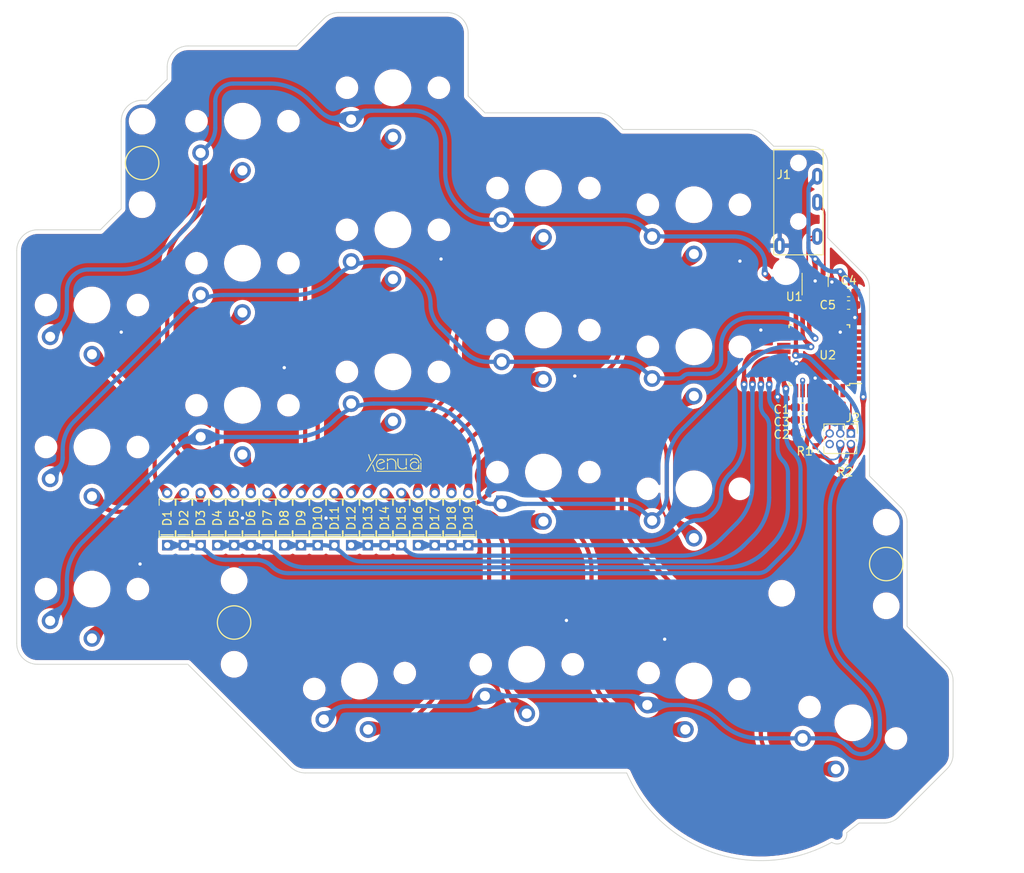
<source format=kicad_pcb>
(kicad_pcb (version 20211014) (generator pcbnew)

  (general
    (thickness 1.6)
  )

  (paper "A4")
  (layers
    (0 "F.Cu" signal)
    (31 "B.Cu" signal)
    (32 "B.Adhes" user "B.Adhesive")
    (33 "F.Adhes" user "F.Adhesive")
    (34 "B.Paste" user)
    (35 "F.Paste" user)
    (36 "B.SilkS" user "B.Silkscreen")
    (37 "F.SilkS" user "F.Silkscreen")
    (38 "B.Mask" user)
    (39 "F.Mask" user)
    (40 "Dwgs.User" user "User.Drawings")
    (41 "Cmts.User" user "User.Comments")
    (42 "Eco1.User" user "User.Eco1")
    (43 "Eco2.User" user "User.Eco2")
    (44 "Edge.Cuts" user)
    (45 "Margin" user)
    (46 "B.CrtYd" user "B.Courtyard")
    (47 "F.CrtYd" user "F.Courtyard")
    (48 "B.Fab" user)
    (49 "F.Fab" user)
    (50 "User.1" user)
    (51 "User.2" user)
    (52 "User.3" user)
    (53 "User.4" user)
    (54 "User.5" user)
    (55 "User.6" user)
    (56 "User.7" user)
    (57 "User.8" user)
    (58 "User.9" user)
  )

  (setup
    (stackup
      (layer "F.SilkS" (type "Top Silk Screen"))
      (layer "F.Paste" (type "Top Solder Paste"))
      (layer "F.Mask" (type "Top Solder Mask") (thickness 0.01))
      (layer "F.Cu" (type "copper") (thickness 0.035))
      (layer "dielectric 1" (type "core") (thickness 1.51) (material "FR4") (epsilon_r 4.5) (loss_tangent 0.02))
      (layer "B.Cu" (type "copper") (thickness 0.035))
      (layer "B.Mask" (type "Bottom Solder Mask") (thickness 0.01))
      (layer "B.Paste" (type "Bottom Solder Paste"))
      (layer "B.SilkS" (type "Bottom Silk Screen"))
      (copper_finish "None")
      (dielectric_constraints no)
    )
    (pad_to_mask_clearance 0)
    (pcbplotparams
      (layerselection 0x00010fc_ffffffff)
      (disableapertmacros false)
      (usegerberextensions false)
      (usegerberattributes true)
      (usegerberadvancedattributes true)
      (creategerberjobfile true)
      (svguseinch false)
      (svgprecision 6)
      (excludeedgelayer true)
      (plotframeref false)
      (viasonmask false)
      (mode 1)
      (useauxorigin false)
      (hpglpennumber 1)
      (hpglpenspeed 20)
      (hpglpendiameter 15.000000)
      (dxfpolygonmode true)
      (dxfimperialunits true)
      (dxfusepcbnewfont true)
      (psnegative false)
      (psa4output false)
      (plotreference true)
      (plotvalue true)
      (plotinvisibletext false)
      (sketchpadsonfab false)
      (subtractmaskfromsilk false)
      (outputformat 1)
      (mirror false)
      (drillshape 1)
      (scaleselection 1)
      (outputdirectory "")
    )
  )

  (net 0 "")
  (net 1 "GND")
  (net 2 "Net-(C1-Pad2)")
  (net 3 "+3V3")
  (net 4 "C_PINKY")
  (net 5 "Net-(D1-Pad2)")
  (net 6 "Net-(D2-Pad2)")
  (net 7 "Net-(D3-Pad2)")
  (net 8 "C_RING")
  (net 9 "Net-(D4-Pad2)")
  (net 10 "Net-(D5-Pad2)")
  (net 11 "Net-(D6-Pad2)")
  (net 12 "Net-(D7-Pad2)")
  (net 13 "C_MIDDLE")
  (net 14 "Net-(D8-Pad2)")
  (net 15 "Net-(D9-Pad2)")
  (net 16 "Net-(D10-Pad2)")
  (net 17 "Net-(D11-Pad2)")
  (net 18 "C_INDEX")
  (net 19 "Net-(D12-Pad2)")
  (net 20 "Net-(D13-Pad2)")
  (net 21 "Net-(D14-Pad2)")
  (net 22 "Net-(D15-Pad2)")
  (net 23 "C_INNER")
  (net 24 "Net-(D16-Pad2)")
  (net 25 "Net-(D17-Pad2)")
  (net 26 "Net-(D18-Pad2)")
  (net 27 "Net-(D19-Pad2)")
  (net 28 "/SWDIO")
  (net 29 "/RST")
  (net 30 "/SWCLK")
  (net 31 "unconnected-(J2-Pad6)")
  (net 32 "R_TOP")
  (net 33 "R_HOME")
  (net 34 "R_BOTTOM")
  (net 35 "R_THUMB")
  (net 36 "/SDA")
  (net 37 "Net-(J1-PadR2)")
  (net 38 "Net-(J1-PadR1)")
  (net 39 "unconnected-(U2-Pad1)")
  (net 40 "unconnected-(U2-Pad2)")
  (net 41 "unconnected-(U2-Pad3)")
  (net 42 "unconnected-(U2-Pad4)")
  (net 43 "unconnected-(U2-Pad5)")
  (net 44 "unconnected-(U2-Pad6)")
  (net 45 "unconnected-(U2-Pad7)")
  (net 46 "unconnected-(U2-Pad8)")
  (net 47 "/SCL")
  (net 48 "unconnected-(U2-Pad25)")
  (net 49 "unconnected-(U2-Pad27)")
  (net 50 "unconnected-(U2-Pad17)")
  (net 51 "unconnected-(U2-Pad18)")
  (net 52 "unconnected-(U2-Pad19)")

  (footprint "Resistor_SMD:R_0402_1005Metric_Pad0.72x0.64mm_HandSolder" (layer "F.Cu") (at 224.25 79.75))

  (footprint "MountingHole:MountingHole_2.2mm_M2_DIN965" (layer "F.Cu") (at 140 39))

  (footprint "mbk:Choc-1u-solder" (layer "F.Cu") (at 170 52))

  (footprint "mbk:Choc-1u-solder" (layer "F.Cu") (at 206 66))

  (footprint "mbk:Choc-1u-solder" (layer "F.Cu") (at 225 111 -20))

  (footprint "1N4148:DIOAD829W49L456D191" (layer "F.Cu") (at 173 86.5 90))

  (footprint "mbk:Choc-1u-solder" (layer "F.Cu") (at 152 39))

  (footprint "1N4148:DIOAD829W49L456D191" (layer "F.Cu") (at 169 86.5 90))

  (footprint "mbk:Choc-1u-solder" (layer "F.Cu") (at 152 73))

  (footprint "Package_QFP:TQFP-32_7x7mm_P0.8mm" (layer "F.Cu") (at 221 67 180))

  (footprint "Capacitor_SMD:C_0603_1608Metric_Pad1.08x0.95mm_HandSolder" (layer "F.Cu") (at 224.5 59.5))

  (footprint "mbk:Choc-1u-solder" (layer "F.Cu") (at 188 64))

  (footprint "mbk:Choc-1u-solder" (layer "F.Cu") (at 166 106 10))

  (footprint "MountingHole:MountingHole_2.2mm_M2_DIN965" (layer "F.Cu") (at 151 94))

  (footprint "mbk:Choc-1u-solder" (layer "F.Cu") (at 188 47))

  (footprint "1N4148:DIOAD829W49L456D191" (layer "F.Cu") (at 147 86.5 90))

  (footprint "mbk:Choc-1u-solder" (layer "F.Cu") (at 188 81))

  (footprint "Package_TO_SOT_SMD:SOT-23-6" (layer "F.Cu") (at 220.5 58 90))

  (footprint "MountingHole:MountingHole_2.2mm_M2_DIN965" (layer "F.Cu") (at 217 57))

  (footprint "MountingHole:MountingHole_2.2mm_M2_DIN965" (layer "F.Cu") (at 151 104))

  (footprint "1N4148:DIOAD829W49L456D191" (layer "F.Cu") (at 163 86.5 90))

  (footprint "MountingHole:MountingHole_2.2mm_M2_DIN965" (layer "F.Cu") (at 140 49))

  (footprint "1N4148:DIOAD829W49L456D191" (layer "F.Cu") (at 179 86.5 90))

  (footprint "pj320a:Jack_3.5mm_PJ320A_Horizontal" (layer "F.Cu") (at 218.5 44 -90))

  (footprint "mbk:Choc-1u-solder" (layer "F.Cu") (at 152 56))

  (footprint "MountingHole:MountingHole_2.2mm_M2_DIN965" (layer "F.Cu") (at 229 87))

  (footprint "xenua:sig" (layer "F.Cu") (at 166.845 80.905167))

  (footprint "1N4148:DIOAD829W49L456D191" (layer "F.Cu") (at 161 86.5 90))

  (footprint "Capacitor_SMD:C_0603_1608Metric_Pad1.08x0.95mm_HandSolder" (layer "F.Cu") (at 219 76.25 180))

  (footprint "mbk:Choc-1u-solder" (layer "F.Cu") (at 134 61))

  (footprint "MountingHole:MountingHole_2.2mm_M2_DIN965" (layer "F.Cu") (at 229 97))

  (footprint "Capacitor_SMD:C_0603_1608Metric_Pad1.08x0.95mm_HandSolder" (layer "F.Cu") (at 224.5 61))

  (footprint "1N4148:DIOAD829W49L456D191" (layer "F.Cu") (at 155 86.5 90))

  (footprint "1N4148:DIOAD829W49L456D191" (layer "F.Cu") (at 165 86.5 90))

  (footprint "Capacitor_SMD:C_0603_1608Metric_Pad1.08x0.95mm_HandSolder" (layer "F.Cu") (at 219 73.25))

  (footprint "mbk:Choc-1u-solder" (layer "F.Cu") (at 206 106 -10))

  (footprint "mbk:Choc-1u-solder" (layer "F.Cu") (at 134 95))

  (footprint "Connector_PinHeader_1.27mm:PinHeader_2x03_P1.27mm_Vertical" (layer "F.Cu") (at 224.775 76.375 -90))

  (footprint "1N4148:DIOAD829W49L456D191" (layer "F.Cu") (at 175 86.5 90))

  (footprint "mbk:Choc-1u-solder" (layer "F.Cu") (at 186 104))

  (footprint "mbk:Choc-1u-solder" (layer "F.Cu") (at 206 83))

  (footprint "mbk:Choc-1u-solder" (layer "F.Cu") (at 206 49))

  (footprint "1N4148:DIOAD829W49L456D191" (layer "F.Cu") (at 159 86.5 90))

  (footprint "mbk:Choc-1u-solder" (layer "F.Cu") (at 170 69))

  (footprint "1N4148:DIOAD829W49L456D191" (layer "F.Cu") (at 177 86.5 90))

  (footprint "1N4148:DIOAD829W49L456D191" (layer "F.Cu") (at 171 86.5 90))

  (footprint "mbk:Choc-1u-solder" (layer "F.Cu") (at 170 35))

  (footprint "Capacitor_SMD:C_0603_1608Metric_Pad1.08x0.95mm_HandSolder" (layer "F.Cu") (at 219 74.75 180))

  (footprint "1N4148:DIOAD829W49L456D191" (layer "F.Cu")
    (tedit 6235BD20) (tstamp dbf3a1f0-3ae6-4098-8304-356079c23da8)
    (at 151 86.5 90)
    (property "Sheetfile" "lefthand.kicad_sch")
    (property "Sheetname" "")
    (path "/b27c7fab-8289-4ef5-a70e-3a3e9584c5b3")
    (attr through_hole)
    (fp_text reference "D5" (at 0 0 90) (layer "F.SilkS")
      (effects (font (size 1.000102 1.000102) (thickness 0.15)))
      (tstamp 9ad58e9b-2820-4dc5-a5e4-ca5c01c490ff)
    )
    (fp_text value "D22" (at 0 2 90) (layer "F.Fab")
      (effects (font (size 1.001921 1.001921) (thickness 0.15)))
      (tstamp 56791047-0c80-4cd8-9282-934f668ff0bd)
    )
    (fp_line (start -2.28 -0.96) (end -2.28 0) (layer "F.SilkS") (width 0.127) (tstamp 06ff03ba-3844-4c8a-bfdd-43ff54640623))
    (fp_line (start -2.28 0.96) (end -1.52 0.96) (layer "F.SilkS") (width 0.127) (tstamp 0fb1c80d-d75d-4950-98fe-c4458bf1a81d))
    (fp_line (start 1.52 -0.96) (end 2.28 -0.96) (layer "F.SilkS") (width 0.127) (tstamp 178cbf16-edb2-4f11-aeae-f38b15af9812))
    (fp_line (start -2.28 0) (end -2.28 0.95) (layer "F.SilkS") (width 0.127) (tstamp 69acfdc4-3cb3-4dd7-947f-5c8d42f548a4))
    (fp_line (start -2.28 -0.96) (end -1.52 -0.96) (layer "F.SilkS") (width 0.127) (tstamp 6bf8b7b7-01b9-455e-b0fb-49e7b9f621f4))
    (fp_line (start 2.28 -0.95) (end 2.28 0) (layer "F.SilkS") (width 0.127) (tstamp 8899cd26-411d-42d3-b063-0181c294da89))
    (fp_line (start -2 -0.75) (end -2 0.75) (layer "F.SilkS") (width 0.12) (tstamp a9a26951-6b1a-4220-b2c3-a4789a018d0a))
    (fp_line (start 1.52 0.96) (end 2.28 0.96) (layer "F.SilkS") (width 0.127) (tstamp cde0387d-e84f-4107-b176-4e8b32c98e84))
    (fp_line (start 2.28 0) (end 2.28 0.96) (layer "F.SilkS") (width 0.127) (tstamp eab0f4ef-6df6-4b98-a3c3-73c8876ffd45))
    (fp_line (start -2.53 1) (end -2.53 0.815) (layer "F.CrtYd") (width 0.05) (tstamp 05d229b1-efe9-4da2-a376-f1ac260e668c))
    (fp_line (start -2.53 -1) (end 2.53 -1) (layer "F.CrtYd") (width 0.05) (tstamp 142674ff-649d-4412-b4c6-009a8c6fbefc))
    (fp_line (start -2.5
... [2137181 chars truncated]
</source>
